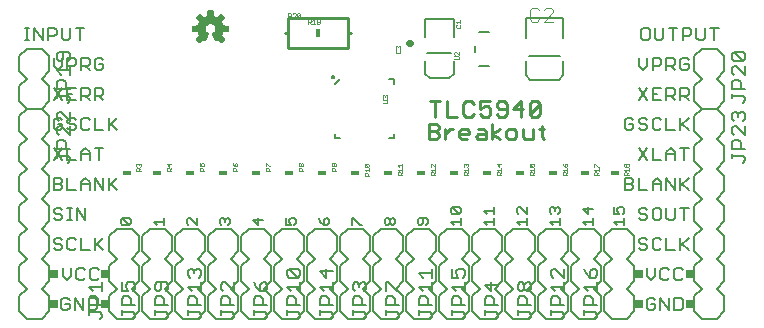
<source format=gbr>
G04 EAGLE Gerber RS-274X export*
G75*
%MOMM*%
%FSLAX34Y34*%
%LPD*%
%INSilkscreen Top*%
%IPPOS*%
%AMOC8*
5,1,8,0,0,1.08239X$1,22.5*%
G01*
%ADD10C,0.203200*%
%ADD11C,0.228600*%
%ADD12C,0.152400*%
%ADD13R,0.762000X0.762000*%
%ADD14C,0.127000*%
%ADD15C,0.025400*%
%ADD16C,0.101600*%
%ADD17C,0.558800*%
%ADD18R,0.762000X0.457200*%
%ADD19R,0.457200X0.762000*%
%ADD20C,0.254000*%

G36*
X171118Y233318D02*
X171118Y233318D01*
X171226Y233328D01*
X171239Y233334D01*
X171253Y233336D01*
X171350Y233384D01*
X171449Y233429D01*
X171462Y233440D01*
X171471Y233444D01*
X171486Y233460D01*
X171563Y233522D01*
X174148Y236107D01*
X174211Y236196D01*
X174277Y236281D01*
X174282Y236294D01*
X174290Y236306D01*
X174321Y236409D01*
X174357Y236512D01*
X174357Y236526D01*
X174361Y236539D01*
X174357Y236647D01*
X174358Y236756D01*
X174353Y236769D01*
X174353Y236783D01*
X174315Y236885D01*
X174280Y236987D01*
X174271Y237002D01*
X174267Y237011D01*
X174253Y237028D01*
X174199Y237110D01*
X171435Y240500D01*
X171992Y241582D01*
X171998Y241602D01*
X172040Y241697D01*
X172411Y242856D01*
X176762Y243299D01*
X176866Y243327D01*
X176972Y243352D01*
X176984Y243359D01*
X176997Y243362D01*
X177087Y243423D01*
X177180Y243480D01*
X177188Y243491D01*
X177200Y243499D01*
X177266Y243585D01*
X177335Y243669D01*
X177339Y243682D01*
X177348Y243693D01*
X177382Y243796D01*
X177421Y243897D01*
X177422Y243915D01*
X177426Y243924D01*
X177426Y243946D01*
X177435Y244044D01*
X177435Y247700D01*
X177418Y247807D01*
X177404Y247915D01*
X177398Y247927D01*
X177396Y247941D01*
X177344Y248037D01*
X177297Y248134D01*
X177287Y248144D01*
X177281Y248156D01*
X177201Y248230D01*
X177125Y248307D01*
X177113Y248313D01*
X177103Y248323D01*
X177004Y248368D01*
X176907Y248416D01*
X176889Y248420D01*
X176880Y248424D01*
X176859Y248426D01*
X176762Y248445D01*
X172411Y248888D01*
X172040Y250047D01*
X172031Y250064D01*
X172029Y250072D01*
X172025Y250079D01*
X171992Y250162D01*
X171435Y251244D01*
X174199Y254634D01*
X174253Y254728D01*
X174310Y254820D01*
X174313Y254833D01*
X174320Y254845D01*
X174341Y254952D01*
X174366Y255057D01*
X174364Y255071D01*
X174367Y255085D01*
X174352Y255192D01*
X174342Y255300D01*
X174336Y255313D01*
X174334Y255327D01*
X174286Y255424D01*
X174241Y255523D01*
X174230Y255536D01*
X174226Y255545D01*
X174210Y255560D01*
X174148Y255637D01*
X171563Y258222D01*
X171474Y258285D01*
X171389Y258351D01*
X171376Y258356D01*
X171364Y258364D01*
X171261Y258395D01*
X171158Y258431D01*
X171144Y258431D01*
X171131Y258435D01*
X171023Y258431D01*
X170914Y258432D01*
X170901Y258427D01*
X170887Y258427D01*
X170785Y258389D01*
X170683Y258354D01*
X170668Y258345D01*
X170659Y258341D01*
X170642Y258327D01*
X170560Y258273D01*
X167170Y255509D01*
X166088Y256066D01*
X166068Y256072D01*
X165973Y256114D01*
X164814Y256485D01*
X164371Y260836D01*
X164343Y260940D01*
X164318Y261046D01*
X164311Y261058D01*
X164308Y261071D01*
X164247Y261161D01*
X164190Y261254D01*
X164179Y261262D01*
X164171Y261274D01*
X164085Y261340D01*
X164001Y261409D01*
X163988Y261413D01*
X163977Y261422D01*
X163874Y261456D01*
X163773Y261495D01*
X163755Y261496D01*
X163746Y261500D01*
X163724Y261500D01*
X163626Y261509D01*
X159970Y261509D01*
X159863Y261492D01*
X159755Y261478D01*
X159743Y261472D01*
X159729Y261470D01*
X159633Y261418D01*
X159536Y261371D01*
X159526Y261361D01*
X159514Y261355D01*
X159440Y261275D01*
X159363Y261199D01*
X159357Y261187D01*
X159347Y261177D01*
X159302Y261078D01*
X159254Y260981D01*
X159250Y260963D01*
X159246Y260954D01*
X159244Y260933D01*
X159225Y260836D01*
X158782Y256485D01*
X157623Y256114D01*
X157605Y256104D01*
X157508Y256066D01*
X156426Y255509D01*
X153036Y258273D01*
X152942Y258327D01*
X152850Y258384D01*
X152837Y258387D01*
X152825Y258394D01*
X152718Y258415D01*
X152613Y258440D01*
X152599Y258438D01*
X152585Y258441D01*
X152478Y258426D01*
X152370Y258416D01*
X152357Y258410D01*
X152344Y258408D01*
X152246Y258360D01*
X152147Y258315D01*
X152134Y258304D01*
X152125Y258300D01*
X152110Y258284D01*
X152033Y258222D01*
X149448Y255637D01*
X149385Y255548D01*
X149319Y255463D01*
X149314Y255450D01*
X149306Y255438D01*
X149275Y255335D01*
X149239Y255232D01*
X149239Y255218D01*
X149235Y255205D01*
X149239Y255097D01*
X149238Y254988D01*
X149243Y254975D01*
X149243Y254961D01*
X149281Y254859D01*
X149316Y254757D01*
X149325Y254742D01*
X149329Y254733D01*
X149343Y254716D01*
X149397Y254634D01*
X152161Y251244D01*
X151604Y250162D01*
X151598Y250142D01*
X151556Y250047D01*
X151185Y248888D01*
X146834Y248445D01*
X146730Y248417D01*
X146624Y248392D01*
X146612Y248385D01*
X146599Y248382D01*
X146509Y248321D01*
X146416Y248264D01*
X146408Y248253D01*
X146396Y248245D01*
X146330Y248159D01*
X146262Y248075D01*
X146257Y248062D01*
X146248Y248051D01*
X146214Y247948D01*
X146175Y247847D01*
X146174Y247829D01*
X146170Y247820D01*
X146171Y247798D01*
X146161Y247700D01*
X146161Y244044D01*
X146178Y243937D01*
X146192Y243829D01*
X146198Y243817D01*
X146200Y243803D01*
X146252Y243707D01*
X146299Y243610D01*
X146309Y243600D01*
X146315Y243588D01*
X146395Y243514D01*
X146471Y243437D01*
X146483Y243431D01*
X146494Y243421D01*
X146592Y243376D01*
X146689Y243328D01*
X146707Y243324D01*
X146716Y243320D01*
X146737Y243318D01*
X146834Y243299D01*
X151185Y242856D01*
X151556Y241697D01*
X151566Y241679D01*
X151604Y241582D01*
X152161Y240500D01*
X149397Y237110D01*
X149343Y237016D01*
X149286Y236924D01*
X149283Y236911D01*
X149276Y236899D01*
X149255Y236792D01*
X149230Y236687D01*
X149232Y236673D01*
X149229Y236659D01*
X149244Y236552D01*
X149254Y236444D01*
X149260Y236431D01*
X149262Y236418D01*
X149310Y236320D01*
X149355Y236221D01*
X149366Y236208D01*
X149370Y236199D01*
X149386Y236184D01*
X149448Y236107D01*
X152033Y233522D01*
X152122Y233459D01*
X152207Y233393D01*
X152220Y233388D01*
X152232Y233380D01*
X152335Y233349D01*
X152438Y233313D01*
X152452Y233313D01*
X152465Y233309D01*
X152573Y233313D01*
X152682Y233312D01*
X152695Y233317D01*
X152709Y233317D01*
X152811Y233355D01*
X152913Y233390D01*
X152928Y233399D01*
X152937Y233403D01*
X152954Y233417D01*
X153036Y233471D01*
X156426Y236235D01*
X157508Y235678D01*
X157561Y235661D01*
X157610Y235635D01*
X157676Y235624D01*
X157740Y235603D01*
X157796Y235604D01*
X157850Y235595D01*
X157917Y235606D01*
X157984Y235607D01*
X158036Y235625D01*
X158091Y235634D01*
X158151Y235666D01*
X158214Y235689D01*
X158257Y235723D01*
X158307Y235749D01*
X158353Y235798D01*
X158405Y235840D01*
X158436Y235887D01*
X158474Y235927D01*
X158530Y236032D01*
X158538Y236045D01*
X158539Y236050D01*
X158543Y236057D01*
X160696Y241254D01*
X160716Y241337D01*
X160721Y241350D01*
X160723Y241366D01*
X160748Y241452D01*
X160747Y241472D01*
X160752Y241492D01*
X160744Y241574D01*
X160746Y241593D01*
X160741Y241614D01*
X160737Y241696D01*
X160730Y241715D01*
X160728Y241735D01*
X160697Y241804D01*
X160690Y241831D01*
X160675Y241856D01*
X160648Y241924D01*
X160635Y241939D01*
X160627Y241957D01*
X160582Y242006D01*
X160562Y242038D01*
X160530Y242064D01*
X160491Y242110D01*
X160470Y242125D01*
X160460Y242135D01*
X160439Y242147D01*
X160376Y242191D01*
X160373Y242193D01*
X160372Y242193D01*
X160370Y242195D01*
X159486Y242690D01*
X158807Y243317D01*
X158293Y244086D01*
X157973Y244954D01*
X157865Y245871D01*
X157978Y246806D01*
X158309Y247687D01*
X158841Y248464D01*
X159542Y249093D01*
X160372Y249536D01*
X161284Y249770D01*
X162226Y249780D01*
X163142Y249566D01*
X163982Y249141D01*
X164696Y248528D01*
X165245Y247763D01*
X165596Y246889D01*
X165729Y245957D01*
X165637Y245020D01*
X165325Y244132D01*
X164810Y243344D01*
X164123Y242700D01*
X163224Y242194D01*
X163183Y242161D01*
X163142Y242139D01*
X163111Y242106D01*
X163063Y242071D01*
X163050Y242054D01*
X163034Y242041D01*
X162999Y241987D01*
X162975Y241961D01*
X162961Y241930D01*
X162920Y241873D01*
X162914Y241853D01*
X162903Y241835D01*
X162885Y241762D01*
X162875Y241739D01*
X162872Y241715D01*
X162849Y241640D01*
X162850Y241619D01*
X162845Y241598D01*
X162852Y241514D01*
X162851Y241496D01*
X162854Y241479D01*
X162857Y241396D01*
X162865Y241370D01*
X162866Y241355D01*
X162876Y241333D01*
X162900Y241254D01*
X163208Y240509D01*
X163209Y240509D01*
X163519Y239760D01*
X163829Y239011D01*
X163829Y239010D01*
X164140Y238262D01*
X164140Y238261D01*
X164450Y237512D01*
X164760Y236763D01*
X164761Y236763D01*
X165053Y236057D01*
X165082Y236010D01*
X165103Y235958D01*
X165146Y235907D01*
X165182Y235850D01*
X165225Y235815D01*
X165261Y235772D01*
X165318Y235738D01*
X165370Y235695D01*
X165422Y235676D01*
X165470Y235647D01*
X165536Y235633D01*
X165599Y235609D01*
X165654Y235607D01*
X165708Y235596D01*
X165775Y235603D01*
X165842Y235601D01*
X165896Y235617D01*
X165951Y235624D01*
X166062Y235668D01*
X166076Y235672D01*
X166080Y235675D01*
X166088Y235678D01*
X167170Y236235D01*
X170560Y233471D01*
X170654Y233417D01*
X170746Y233360D01*
X170759Y233357D01*
X170771Y233350D01*
X170878Y233329D01*
X170983Y233304D01*
X170997Y233306D01*
X171011Y233303D01*
X171118Y233318D01*
G37*
D10*
X42424Y16264D02*
X40645Y18043D01*
X37086Y18043D01*
X35306Y16264D01*
X35306Y9146D01*
X37086Y7366D01*
X40645Y7366D01*
X42424Y9146D01*
X42424Y12705D01*
X38865Y12705D01*
X47000Y18043D02*
X47000Y7366D01*
X54118Y7366D02*
X47000Y18043D01*
X54118Y18043D02*
X54118Y7366D01*
X58694Y7366D02*
X58694Y18043D01*
X58694Y7366D02*
X64033Y7366D01*
X65812Y9146D01*
X65812Y16264D01*
X64033Y18043D01*
X58694Y18043D01*
X36576Y36325D02*
X36576Y43443D01*
X36576Y36325D02*
X40135Y32766D01*
X43694Y36325D01*
X43694Y43443D01*
X53609Y43443D02*
X55388Y41664D01*
X53609Y43443D02*
X50049Y43443D01*
X48270Y41664D01*
X48270Y34546D01*
X50049Y32766D01*
X53609Y32766D01*
X55388Y34546D01*
X65303Y43443D02*
X67082Y41664D01*
X65303Y43443D02*
X61743Y43443D01*
X59964Y41664D01*
X59964Y34546D01*
X61743Y32766D01*
X65303Y32766D01*
X67082Y34546D01*
X36074Y67064D02*
X34295Y68843D01*
X30736Y68843D01*
X28956Y67064D01*
X28956Y65284D01*
X30736Y63505D01*
X34295Y63505D01*
X36074Y61725D01*
X36074Y59946D01*
X34295Y58166D01*
X30736Y58166D01*
X28956Y59946D01*
X45989Y68843D02*
X47768Y67064D01*
X45989Y68843D02*
X42429Y68843D01*
X40650Y67064D01*
X40650Y59946D01*
X42429Y58166D01*
X45989Y58166D01*
X47768Y59946D01*
X52344Y58166D02*
X52344Y68843D01*
X52344Y58166D02*
X59462Y58166D01*
X64038Y58166D02*
X64038Y68843D01*
X64038Y61725D02*
X71156Y68843D01*
X65817Y63505D02*
X71156Y58166D01*
X36074Y92464D02*
X34295Y94243D01*
X30736Y94243D01*
X28956Y92464D01*
X28956Y90684D01*
X30736Y88905D01*
X34295Y88905D01*
X36074Y87125D01*
X36074Y85346D01*
X34295Y83566D01*
X30736Y83566D01*
X28956Y85346D01*
X40650Y83566D02*
X44209Y83566D01*
X42429Y83566D02*
X42429Y94243D01*
X40650Y94243D02*
X44209Y94243D01*
X48446Y94243D02*
X48446Y83566D01*
X55564Y83566D02*
X48446Y94243D01*
X55564Y94243D02*
X55564Y83566D01*
X28956Y108966D02*
X28956Y119643D01*
X34295Y119643D01*
X36074Y117864D01*
X36074Y116084D01*
X34295Y114305D01*
X36074Y112525D01*
X36074Y110746D01*
X34295Y108966D01*
X28956Y108966D01*
X28956Y114305D02*
X34295Y114305D01*
X40650Y119643D02*
X40650Y108966D01*
X47768Y108966D01*
X52344Y108966D02*
X52344Y116084D01*
X55903Y119643D01*
X59462Y116084D01*
X59462Y108966D01*
X59462Y114305D02*
X52344Y114305D01*
X64038Y119643D02*
X64038Y108966D01*
X71156Y108966D02*
X64038Y119643D01*
X71156Y119643D02*
X71156Y108966D01*
X75732Y108966D02*
X75732Y119643D01*
X75732Y112525D02*
X82850Y119643D01*
X77511Y114305D02*
X82850Y108966D01*
X36074Y134366D02*
X28956Y145043D01*
X36074Y145043D02*
X28956Y134366D01*
X40650Y134366D02*
X40650Y145043D01*
X40650Y134366D02*
X47768Y134366D01*
X52344Y134366D02*
X52344Y141484D01*
X55903Y145043D01*
X59462Y141484D01*
X59462Y134366D01*
X59462Y139705D02*
X52344Y139705D01*
X67597Y134366D02*
X67597Y145043D01*
X64038Y145043D02*
X71156Y145043D01*
X36074Y168664D02*
X34295Y170443D01*
X30736Y170443D01*
X28956Y168664D01*
X28956Y161546D01*
X30736Y159766D01*
X34295Y159766D01*
X36074Y161546D01*
X36074Y165105D01*
X32515Y165105D01*
X45989Y170443D02*
X47768Y168664D01*
X45989Y170443D02*
X42429Y170443D01*
X40650Y168664D01*
X40650Y166884D01*
X42429Y165105D01*
X45989Y165105D01*
X47768Y163325D01*
X47768Y161546D01*
X45989Y159766D01*
X42429Y159766D01*
X40650Y161546D01*
X57683Y170443D02*
X59462Y168664D01*
X57683Y170443D02*
X54123Y170443D01*
X52344Y168664D01*
X52344Y161546D01*
X54123Y159766D01*
X57683Y159766D01*
X59462Y161546D01*
X64038Y159766D02*
X64038Y170443D01*
X64038Y159766D02*
X71156Y159766D01*
X75732Y159766D02*
X75732Y170443D01*
X75732Y163325D02*
X82850Y170443D01*
X77511Y165105D02*
X82850Y159766D01*
X28956Y214125D02*
X28956Y221243D01*
X28956Y214125D02*
X32515Y210566D01*
X36074Y214125D01*
X36074Y221243D01*
X40650Y221243D02*
X40650Y210566D01*
X40650Y221243D02*
X45989Y221243D01*
X47768Y219464D01*
X47768Y215905D01*
X45989Y214125D01*
X40650Y214125D01*
X52344Y210566D02*
X52344Y221243D01*
X57683Y221243D01*
X59462Y219464D01*
X59462Y215905D01*
X57683Y214125D01*
X52344Y214125D01*
X55903Y214125D02*
X59462Y210566D01*
X69376Y221243D02*
X71156Y219464D01*
X69376Y221243D02*
X65817Y221243D01*
X64038Y219464D01*
X64038Y212346D01*
X65817Y210566D01*
X69376Y210566D01*
X71156Y212346D01*
X71156Y215905D01*
X67597Y215905D01*
X28956Y195843D02*
X36074Y185166D01*
X28956Y185166D02*
X36074Y195843D01*
X40650Y195843D02*
X47768Y195843D01*
X40650Y195843D02*
X40650Y185166D01*
X47768Y185166D01*
X44209Y190505D02*
X40650Y190505D01*
X52344Y195843D02*
X52344Y185166D01*
X52344Y195843D02*
X57683Y195843D01*
X59462Y194064D01*
X59462Y190505D01*
X57683Y188725D01*
X52344Y188725D01*
X55903Y188725D02*
X59462Y185166D01*
X64038Y185166D02*
X64038Y195843D01*
X69376Y195843D01*
X71156Y194064D01*
X71156Y190505D01*
X69376Y188725D01*
X64038Y188725D01*
X67597Y188725D02*
X71156Y185166D01*
X536423Y18043D02*
X538202Y16264D01*
X536423Y18043D02*
X532864Y18043D01*
X531084Y16264D01*
X531084Y9146D01*
X532864Y7366D01*
X536423Y7366D01*
X538202Y9146D01*
X538202Y12705D01*
X534643Y12705D01*
X542778Y18043D02*
X542778Y7366D01*
X549896Y7366D02*
X542778Y18043D01*
X549896Y18043D02*
X549896Y7366D01*
X554472Y7366D02*
X554472Y18043D01*
X554472Y7366D02*
X559811Y7366D01*
X561590Y9146D01*
X561590Y16264D01*
X559811Y18043D01*
X554472Y18043D01*
X531084Y36325D02*
X531084Y43443D01*
X531084Y36325D02*
X534643Y32766D01*
X538202Y36325D01*
X538202Y43443D01*
X548117Y43443D02*
X549896Y41664D01*
X548117Y43443D02*
X544558Y43443D01*
X542778Y41664D01*
X542778Y34546D01*
X544558Y32766D01*
X548117Y32766D01*
X549896Y34546D01*
X559811Y43443D02*
X561590Y41664D01*
X559811Y43443D02*
X556251Y43443D01*
X554472Y41664D01*
X554472Y34546D01*
X556251Y32766D01*
X559811Y32766D01*
X561590Y34546D01*
X531588Y67064D02*
X529809Y68843D01*
X526250Y68843D01*
X524470Y67064D01*
X524470Y65284D01*
X526250Y63505D01*
X529809Y63505D01*
X531588Y61725D01*
X531588Y59946D01*
X529809Y58166D01*
X526250Y58166D01*
X524470Y59946D01*
X541503Y68843D02*
X543282Y67064D01*
X541503Y68843D02*
X537944Y68843D01*
X536164Y67064D01*
X536164Y59946D01*
X537944Y58166D01*
X541503Y58166D01*
X543282Y59946D01*
X547858Y58166D02*
X547858Y68843D01*
X547858Y58166D02*
X554976Y58166D01*
X559552Y58166D02*
X559552Y68843D01*
X559552Y61725D02*
X566670Y68843D01*
X561331Y63505D02*
X566670Y58166D01*
X531588Y92464D02*
X529809Y94243D01*
X526250Y94243D01*
X524470Y92464D01*
X524470Y90684D01*
X526250Y88905D01*
X529809Y88905D01*
X531588Y87125D01*
X531588Y85346D01*
X529809Y83566D01*
X526250Y83566D01*
X524470Y85346D01*
X537944Y94243D02*
X541503Y94243D01*
X537944Y94243D02*
X536164Y92464D01*
X536164Y85346D01*
X537944Y83566D01*
X541503Y83566D01*
X543282Y85346D01*
X543282Y92464D01*
X541503Y94243D01*
X547858Y94243D02*
X547858Y85346D01*
X549637Y83566D01*
X553197Y83566D01*
X554976Y85346D01*
X554976Y94243D01*
X563111Y94243D02*
X563111Y83566D01*
X559552Y94243D02*
X566670Y94243D01*
X512776Y108966D02*
X512776Y119643D01*
X518115Y119643D01*
X519894Y117864D01*
X519894Y116084D01*
X518115Y114305D01*
X519894Y112525D01*
X519894Y110746D01*
X518115Y108966D01*
X512776Y108966D01*
X512776Y114305D02*
X518115Y114305D01*
X524470Y119643D02*
X524470Y108966D01*
X531588Y108966D01*
X536164Y108966D02*
X536164Y116084D01*
X539723Y119643D01*
X543282Y116084D01*
X543282Y108966D01*
X543282Y114305D02*
X536164Y114305D01*
X547858Y119643D02*
X547858Y108966D01*
X554976Y108966D02*
X547858Y119643D01*
X554976Y119643D02*
X554976Y108966D01*
X559552Y108966D02*
X559552Y119643D01*
X559552Y112525D02*
X566670Y119643D01*
X561331Y114305D02*
X566670Y108966D01*
X531588Y134366D02*
X524470Y145043D01*
X531588Y145043D02*
X524470Y134366D01*
X536164Y134366D02*
X536164Y145043D01*
X536164Y134366D02*
X543282Y134366D01*
X547858Y134366D02*
X547858Y141484D01*
X551417Y145043D01*
X554976Y141484D01*
X554976Y134366D01*
X554976Y139705D02*
X547858Y139705D01*
X563111Y134366D02*
X563111Y145043D01*
X559552Y145043D02*
X566670Y145043D01*
X519894Y168664D02*
X518115Y170443D01*
X514556Y170443D01*
X512776Y168664D01*
X512776Y161546D01*
X514556Y159766D01*
X518115Y159766D01*
X519894Y161546D01*
X519894Y165105D01*
X516335Y165105D01*
X529809Y170443D02*
X531588Y168664D01*
X529809Y170443D02*
X526250Y170443D01*
X524470Y168664D01*
X524470Y166884D01*
X526250Y165105D01*
X529809Y165105D01*
X531588Y163325D01*
X531588Y161546D01*
X529809Y159766D01*
X526250Y159766D01*
X524470Y161546D01*
X541503Y170443D02*
X543282Y168664D01*
X541503Y170443D02*
X537943Y170443D01*
X536164Y168664D01*
X536164Y161546D01*
X537943Y159766D01*
X541503Y159766D01*
X543282Y161546D01*
X547858Y159766D02*
X547858Y170443D01*
X547858Y159766D02*
X554976Y159766D01*
X559552Y159766D02*
X559552Y170443D01*
X559552Y163325D02*
X566670Y170443D01*
X561331Y165105D02*
X566670Y159766D01*
X524470Y214125D02*
X524470Y221243D01*
X524470Y214125D02*
X528029Y210566D01*
X531588Y214125D01*
X531588Y221243D01*
X536164Y221243D02*
X536164Y210566D01*
X536164Y221243D02*
X541503Y221243D01*
X543282Y219464D01*
X543282Y215905D01*
X541503Y214125D01*
X536164Y214125D01*
X547858Y210566D02*
X547858Y221243D01*
X553197Y221243D01*
X554976Y219464D01*
X554976Y215905D01*
X553197Y214125D01*
X547858Y214125D01*
X551417Y214125D02*
X554976Y210566D01*
X564891Y221243D02*
X566670Y219464D01*
X564891Y221243D02*
X561331Y221243D01*
X559552Y219464D01*
X559552Y212346D01*
X561331Y210566D01*
X564891Y210566D01*
X566670Y212346D01*
X566670Y215905D01*
X563111Y215905D01*
X524470Y195843D02*
X531588Y185166D01*
X524470Y185166D02*
X531588Y195843D01*
X536164Y195843D02*
X543282Y195843D01*
X536164Y195843D02*
X536164Y185166D01*
X543282Y185166D01*
X539723Y190505D02*
X536164Y190505D01*
X547858Y195843D02*
X547858Y185166D01*
X547858Y195843D02*
X553197Y195843D01*
X554976Y194064D01*
X554976Y190505D01*
X553197Y188725D01*
X547858Y188725D01*
X551417Y188725D02*
X554976Y185166D01*
X559552Y185166D02*
X559552Y195843D01*
X564891Y195843D01*
X566670Y194064D01*
X566670Y190505D01*
X564891Y188725D01*
X559552Y188725D01*
X563111Y188725D02*
X566670Y185166D01*
D11*
X352175Y184288D02*
X352175Y171323D01*
X347853Y184288D02*
X356496Y184288D01*
X361886Y184288D02*
X361886Y171323D01*
X370529Y171323D01*
X382401Y184288D02*
X384562Y182127D01*
X382401Y184288D02*
X378079Y184288D01*
X375919Y182127D01*
X375919Y173484D01*
X378079Y171323D01*
X382401Y171323D01*
X384562Y173484D01*
X389951Y184288D02*
X398595Y184288D01*
X389951Y184288D02*
X389951Y177806D01*
X394273Y179966D01*
X396434Y179966D01*
X398595Y177806D01*
X398595Y173484D01*
X396434Y171323D01*
X392112Y171323D01*
X389951Y173484D01*
X403984Y173484D02*
X406145Y171323D01*
X410467Y171323D01*
X412628Y173484D01*
X412628Y182127D01*
X410467Y184288D01*
X406145Y184288D01*
X403984Y182127D01*
X403984Y179966D01*
X406145Y177806D01*
X412628Y177806D01*
X424499Y171323D02*
X424499Y184288D01*
X418017Y177806D01*
X426660Y177806D01*
X432050Y173484D02*
X432050Y182127D01*
X434211Y184288D01*
X438532Y184288D01*
X440693Y182127D01*
X440693Y173484D01*
X438532Y171323D01*
X434211Y171323D01*
X432050Y173484D01*
X440693Y182127D01*
D12*
X93047Y79502D02*
X87285Y79502D01*
X85845Y80943D01*
X85845Y83824D01*
X87285Y85264D01*
X93047Y85264D01*
X94488Y83824D01*
X94488Y80943D01*
X93047Y79502D01*
X87285Y85264D01*
X113785Y82383D02*
X116666Y79502D01*
X113785Y82383D02*
X122428Y82383D01*
X122428Y79502D02*
X122428Y85264D01*
X150368Y85264D02*
X150368Y79502D01*
X144606Y85264D01*
X143165Y85264D01*
X141725Y83824D01*
X141725Y80943D01*
X143165Y79502D01*
X169665Y80943D02*
X171105Y79502D01*
X169665Y80943D02*
X169665Y83824D01*
X171105Y85264D01*
X172546Y85264D01*
X173986Y83824D01*
X173986Y82383D01*
X173986Y83824D02*
X175427Y85264D01*
X176867Y85264D01*
X178308Y83824D01*
X178308Y80943D01*
X176867Y79502D01*
X197605Y83824D02*
X206248Y83824D01*
X201926Y79502D02*
X197605Y83824D01*
X201926Y85264D02*
X201926Y79502D01*
X225545Y79502D02*
X225545Y85264D01*
X225545Y79502D02*
X229866Y79502D01*
X228426Y82383D01*
X228426Y83824D01*
X229866Y85264D01*
X232747Y85264D01*
X234188Y83824D01*
X234188Y80943D01*
X232747Y79502D01*
X253485Y85264D02*
X254925Y82383D01*
X257806Y79502D01*
X260687Y79502D01*
X262128Y80943D01*
X262128Y83824D01*
X260687Y85264D01*
X259247Y85264D01*
X257806Y83824D01*
X257806Y79502D01*
X281425Y79502D02*
X281425Y85264D01*
X282865Y85264D01*
X288627Y79502D01*
X290068Y79502D01*
X309365Y80943D02*
X310805Y79502D01*
X309365Y80943D02*
X309365Y83824D01*
X310805Y85264D01*
X312246Y85264D01*
X313686Y83824D01*
X315127Y85264D01*
X316567Y85264D01*
X318008Y83824D01*
X318008Y80943D01*
X316567Y79502D01*
X315127Y79502D01*
X313686Y80943D01*
X312246Y79502D01*
X310805Y79502D01*
X313686Y80943D02*
X313686Y83824D01*
X344507Y79502D02*
X345948Y80943D01*
X345948Y83824D01*
X344507Y85264D01*
X338745Y85264D01*
X337305Y83824D01*
X337305Y80943D01*
X338745Y79502D01*
X340186Y79502D01*
X341626Y80943D01*
X341626Y85264D01*
X365245Y82383D02*
X368126Y79502D01*
X365245Y82383D02*
X373888Y82383D01*
X373888Y79502D02*
X373888Y85264D01*
X372447Y88857D02*
X366685Y88857D01*
X365245Y90298D01*
X365245Y93179D01*
X366685Y94619D01*
X372447Y94619D01*
X373888Y93179D01*
X373888Y90298D01*
X372447Y88857D01*
X366685Y94619D01*
X393185Y82383D02*
X396066Y79502D01*
X393185Y82383D02*
X401828Y82383D01*
X401828Y79502D02*
X401828Y85264D01*
X396066Y88857D02*
X393185Y91738D01*
X401828Y91738D01*
X401828Y88857D02*
X401828Y94619D01*
X421125Y82383D02*
X424006Y79502D01*
X421125Y82383D02*
X429768Y82383D01*
X429768Y79502D02*
X429768Y85264D01*
X429768Y88857D02*
X429768Y94619D01*
X429768Y88857D02*
X424006Y94619D01*
X422565Y94619D01*
X421125Y93179D01*
X421125Y90298D01*
X422565Y88857D01*
X449065Y82383D02*
X451946Y79502D01*
X449065Y82383D02*
X457708Y82383D01*
X457708Y79502D02*
X457708Y85264D01*
X450505Y88857D02*
X449065Y90298D01*
X449065Y93179D01*
X450505Y94619D01*
X451946Y94619D01*
X453386Y93179D01*
X453386Y91738D01*
X453386Y93179D02*
X454827Y94619D01*
X456267Y94619D01*
X457708Y93179D01*
X457708Y90298D01*
X456267Y88857D01*
X477005Y82383D02*
X479886Y79502D01*
X477005Y82383D02*
X485648Y82383D01*
X485648Y79502D02*
X485648Y85264D01*
X485648Y93179D02*
X477005Y93179D01*
X481326Y88857D01*
X481326Y94619D01*
D10*
X8385Y235966D02*
X4826Y235966D01*
X6606Y235966D02*
X6606Y246643D01*
X8385Y246643D02*
X4826Y246643D01*
X12622Y246643D02*
X12622Y235966D01*
X19740Y235966D02*
X12622Y246643D01*
X19740Y246643D02*
X19740Y235966D01*
X24316Y235966D02*
X24316Y246643D01*
X29655Y246643D01*
X31434Y244864D01*
X31434Y241305D01*
X29655Y239525D01*
X24316Y239525D01*
X36010Y237746D02*
X36010Y246643D01*
X36010Y237746D02*
X37789Y235966D01*
X41348Y235966D01*
X43128Y237746D01*
X43128Y246643D01*
X51263Y246643D02*
X51263Y235966D01*
X47704Y246643D02*
X54822Y246643D01*
X528262Y246643D02*
X531821Y246643D01*
X528262Y246643D02*
X526482Y244864D01*
X526482Y237746D01*
X528262Y235966D01*
X531821Y235966D01*
X533600Y237746D01*
X533600Y244864D01*
X531821Y246643D01*
X538176Y246643D02*
X538176Y237746D01*
X539956Y235966D01*
X543515Y235966D01*
X545294Y237746D01*
X545294Y246643D01*
X553429Y246643D02*
X553429Y235966D01*
X549870Y246643D02*
X556988Y246643D01*
X561564Y246643D02*
X561564Y235966D01*
X561564Y246643D02*
X566903Y246643D01*
X568682Y244864D01*
X568682Y241305D01*
X566903Y239525D01*
X561564Y239525D01*
X573258Y237746D02*
X573258Y246643D01*
X573258Y237746D02*
X575037Y235966D01*
X578596Y235966D01*
X580376Y237746D01*
X580376Y246643D01*
X588511Y246643D02*
X588511Y235966D01*
X584952Y246643D02*
X592070Y246643D01*
D11*
X346583Y165238D02*
X346583Y152273D01*
X346583Y165238D02*
X353066Y165238D01*
X355226Y163077D01*
X355226Y160916D01*
X353066Y158756D01*
X355226Y156595D01*
X355226Y154434D01*
X353066Y152273D01*
X346583Y152273D01*
X346583Y158756D02*
X353066Y158756D01*
X360616Y160916D02*
X360616Y152273D01*
X360616Y156595D02*
X364937Y160916D01*
X367098Y160916D01*
X374471Y152273D02*
X378792Y152273D01*
X374471Y152273D02*
X372310Y154434D01*
X372310Y158756D01*
X374471Y160916D01*
X378792Y160916D01*
X380953Y158756D01*
X380953Y156595D01*
X372310Y156595D01*
X388503Y160916D02*
X392825Y160916D01*
X394986Y158756D01*
X394986Y152273D01*
X388503Y152273D01*
X386343Y154434D01*
X388503Y156595D01*
X394986Y156595D01*
X400375Y152273D02*
X400375Y165238D01*
X400375Y156595D02*
X406858Y152273D01*
X400375Y156595D02*
X406858Y160916D01*
X414230Y152273D02*
X418552Y152273D01*
X420713Y154434D01*
X420713Y158756D01*
X418552Y160916D01*
X414230Y160916D01*
X412069Y158756D01*
X412069Y154434D01*
X414230Y152273D01*
X426102Y154434D02*
X426102Y160916D01*
X426102Y154434D02*
X428263Y152273D01*
X434745Y152273D01*
X434745Y160916D01*
X442296Y163077D02*
X442296Y154434D01*
X444457Y152273D01*
X444457Y160916D02*
X440135Y160916D01*
D13*
X29210Y12700D03*
X72390Y12700D03*
X29210Y38100D03*
X72390Y38100D03*
X524510Y38100D03*
X524510Y12700D03*
X567690Y12700D03*
X567690Y38100D03*
D12*
X506302Y79334D02*
X503421Y82215D01*
X512064Y82215D01*
X512064Y79334D02*
X512064Y85096D01*
X503421Y88689D02*
X503421Y94451D01*
X503421Y88689D02*
X507742Y88689D01*
X506302Y91570D01*
X506302Y93011D01*
X507742Y94451D01*
X510623Y94451D01*
X512064Y93011D01*
X512064Y90129D01*
X510623Y88689D01*
D10*
X82550Y50800D02*
X76200Y57150D01*
X76200Y69850D01*
X82550Y76200D01*
X95250Y76200D02*
X101600Y69850D01*
X101600Y57150D01*
X95250Y50800D01*
X76200Y19050D02*
X76200Y6350D01*
X76200Y19050D02*
X82550Y25400D01*
X95250Y25400D02*
X101600Y19050D01*
X82550Y25400D02*
X76200Y31750D01*
X76200Y44450D01*
X82550Y50800D01*
X95250Y50800D02*
X101600Y44450D01*
X101600Y31750D01*
X95250Y25400D01*
X95250Y0D02*
X82550Y0D01*
X76200Y6350D01*
X95250Y0D02*
X101600Y6350D01*
X101600Y19050D01*
X95250Y76200D02*
X82550Y76200D01*
D14*
X69977Y1780D02*
X68070Y-127D01*
X69977Y1780D02*
X69977Y3686D01*
X68070Y5593D01*
X58537Y5593D01*
X58537Y3686D02*
X58537Y7500D01*
X58537Y11567D02*
X69977Y11567D01*
X58537Y11567D02*
X58537Y17287D01*
X60444Y19193D01*
X64257Y19193D01*
X66164Y17287D01*
X66164Y11567D01*
X62351Y23261D02*
X58537Y27074D01*
X69977Y27074D01*
X69977Y23261D02*
X69977Y30887D01*
D10*
X187960Y57150D02*
X194310Y50800D01*
X187960Y57150D02*
X187960Y69850D01*
X194310Y76200D01*
X207010Y76200D02*
X213360Y69850D01*
X213360Y57150D01*
X207010Y50800D01*
X187960Y19050D02*
X187960Y6350D01*
X187960Y19050D02*
X194310Y25400D01*
X207010Y25400D02*
X213360Y19050D01*
X194310Y25400D02*
X187960Y31750D01*
X187960Y44450D01*
X194310Y50800D01*
X207010Y50800D02*
X213360Y44450D01*
X213360Y31750D01*
X207010Y25400D01*
X207010Y0D02*
X194310Y0D01*
X187960Y6350D01*
X207010Y0D02*
X213360Y6350D01*
X213360Y19050D01*
X207010Y76200D02*
X194310Y76200D01*
D14*
X181737Y1780D02*
X179830Y-127D01*
X181737Y1780D02*
X181737Y3686D01*
X179830Y5593D01*
X170297Y5593D01*
X170297Y3686D02*
X170297Y7500D01*
X170297Y11567D02*
X181737Y11567D01*
X170297Y11567D02*
X170297Y17287D01*
X172204Y19193D01*
X176017Y19193D01*
X177924Y17287D01*
X177924Y11567D01*
X181737Y23261D02*
X181737Y30887D01*
X181737Y23261D02*
X174111Y30887D01*
X172204Y30887D01*
X170297Y28981D01*
X170297Y25168D01*
X172204Y23261D01*
D10*
X299720Y57150D02*
X306070Y50800D01*
X299720Y57150D02*
X299720Y69850D01*
X306070Y76200D01*
X318770Y76200D02*
X325120Y69850D01*
X325120Y57150D01*
X318770Y50800D01*
X299720Y19050D02*
X299720Y6350D01*
X299720Y19050D02*
X306070Y25400D01*
X318770Y25400D02*
X325120Y19050D01*
X306070Y25400D02*
X299720Y31750D01*
X299720Y44450D01*
X306070Y50800D01*
X318770Y50800D02*
X325120Y44450D01*
X325120Y31750D01*
X318770Y25400D01*
X318770Y0D02*
X306070Y0D01*
X299720Y6350D01*
X318770Y0D02*
X325120Y6350D01*
X325120Y19050D01*
X318770Y76200D02*
X306070Y76200D01*
D14*
X293497Y1780D02*
X291590Y-127D01*
X293497Y1780D02*
X293497Y3686D01*
X291590Y5593D01*
X282057Y5593D01*
X282057Y3686D02*
X282057Y7500D01*
X282057Y11567D02*
X293497Y11567D01*
X282057Y11567D02*
X282057Y17287D01*
X283964Y19193D01*
X287777Y19193D01*
X289684Y17287D01*
X289684Y11567D01*
X283964Y23261D02*
X282057Y25168D01*
X282057Y28981D01*
X283964Y30887D01*
X285871Y30887D01*
X287777Y28981D01*
X287777Y27074D01*
X287777Y28981D02*
X289684Y30887D01*
X291590Y30887D01*
X293497Y28981D01*
X293497Y25168D01*
X291590Y23261D01*
D10*
X411480Y57150D02*
X417830Y50800D01*
X411480Y57150D02*
X411480Y69850D01*
X417830Y76200D01*
X430530Y76200D02*
X436880Y69850D01*
X436880Y57150D01*
X430530Y50800D01*
X411480Y19050D02*
X411480Y6350D01*
X411480Y19050D02*
X417830Y25400D01*
X430530Y25400D02*
X436880Y19050D01*
X417830Y25400D02*
X411480Y31750D01*
X411480Y44450D01*
X417830Y50800D01*
X430530Y50800D02*
X436880Y44450D01*
X436880Y31750D01*
X430530Y25400D01*
X430530Y0D02*
X417830Y0D01*
X411480Y6350D01*
X430530Y0D02*
X436880Y6350D01*
X436880Y19050D01*
X430530Y76200D02*
X417830Y76200D01*
D14*
X405257Y1780D02*
X403350Y-127D01*
X405257Y1780D02*
X405257Y3686D01*
X403350Y5593D01*
X393817Y5593D01*
X393817Y3686D02*
X393817Y7500D01*
X393817Y11567D02*
X405257Y11567D01*
X393817Y11567D02*
X393817Y17287D01*
X395724Y19193D01*
X399537Y19193D01*
X401444Y17287D01*
X401444Y11567D01*
X405257Y28981D02*
X393817Y28981D01*
X399537Y23261D01*
X399537Y30887D01*
D10*
X110490Y50800D02*
X104140Y57150D01*
X104140Y69850D01*
X110490Y76200D01*
X123190Y76200D02*
X129540Y69850D01*
X129540Y57150D01*
X123190Y50800D01*
X104140Y19050D02*
X104140Y6350D01*
X104140Y19050D02*
X110490Y25400D01*
X123190Y25400D02*
X129540Y19050D01*
X110490Y25400D02*
X104140Y31750D01*
X104140Y44450D01*
X110490Y50800D01*
X123190Y50800D02*
X129540Y44450D01*
X129540Y31750D01*
X123190Y25400D01*
X123190Y0D02*
X110490Y0D01*
X104140Y6350D01*
X123190Y0D02*
X129540Y6350D01*
X129540Y19050D01*
X123190Y76200D02*
X110490Y76200D01*
D14*
X97917Y1780D02*
X96010Y-127D01*
X97917Y1780D02*
X97917Y3686D01*
X96010Y5593D01*
X86477Y5593D01*
X86477Y3686D02*
X86477Y7500D01*
X86477Y11567D02*
X97917Y11567D01*
X86477Y11567D02*
X86477Y17287D01*
X88384Y19193D01*
X92197Y19193D01*
X94104Y17287D01*
X94104Y11567D01*
X86477Y23261D02*
X86477Y30887D01*
X86477Y23261D02*
X92197Y23261D01*
X90291Y27074D01*
X90291Y28981D01*
X92197Y30887D01*
X96010Y30887D01*
X97917Y28981D01*
X97917Y25168D01*
X96010Y23261D01*
D10*
X215900Y57150D02*
X222250Y50800D01*
X215900Y57150D02*
X215900Y69850D01*
X222250Y76200D01*
X234950Y76200D02*
X241300Y69850D01*
X241300Y57150D01*
X234950Y50800D01*
X215900Y19050D02*
X215900Y6350D01*
X215900Y19050D02*
X222250Y25400D01*
X234950Y25400D02*
X241300Y19050D01*
X222250Y25400D02*
X215900Y31750D01*
X215900Y44450D01*
X222250Y50800D01*
X234950Y50800D02*
X241300Y44450D01*
X241300Y31750D01*
X234950Y25400D01*
X234950Y0D02*
X222250Y0D01*
X215900Y6350D01*
X234950Y0D02*
X241300Y6350D01*
X241300Y19050D01*
X234950Y76200D02*
X222250Y76200D01*
D14*
X209677Y1780D02*
X207770Y-127D01*
X209677Y1780D02*
X209677Y3686D01*
X207770Y5593D01*
X198237Y5593D01*
X198237Y3686D02*
X198237Y7500D01*
X198237Y11567D02*
X209677Y11567D01*
X198237Y11567D02*
X198237Y17287D01*
X200144Y19193D01*
X203957Y19193D01*
X205864Y17287D01*
X205864Y11567D01*
X200144Y27074D02*
X198237Y30887D01*
X200144Y27074D02*
X203957Y23261D01*
X207770Y23261D01*
X209677Y25168D01*
X209677Y28981D01*
X207770Y30887D01*
X205864Y30887D01*
X203957Y28981D01*
X203957Y23261D01*
D10*
X327660Y57150D02*
X334010Y50800D01*
X327660Y57150D02*
X327660Y69850D01*
X334010Y76200D01*
X346710Y76200D02*
X353060Y69850D01*
X353060Y57150D01*
X346710Y50800D01*
X327660Y19050D02*
X327660Y6350D01*
X327660Y19050D02*
X334010Y25400D01*
X346710Y25400D02*
X353060Y19050D01*
X334010Y25400D02*
X327660Y31750D01*
X327660Y44450D01*
X334010Y50800D01*
X346710Y50800D02*
X353060Y44450D01*
X353060Y31750D01*
X346710Y25400D01*
X346710Y0D02*
X334010Y0D01*
X327660Y6350D01*
X346710Y0D02*
X353060Y6350D01*
X353060Y19050D01*
X346710Y76200D02*
X334010Y76200D01*
D14*
X321437Y1780D02*
X319530Y-127D01*
X321437Y1780D02*
X321437Y3686D01*
X319530Y5593D01*
X309997Y5593D01*
X309997Y3686D02*
X309997Y7500D01*
X309997Y11567D02*
X321437Y11567D01*
X309997Y11567D02*
X309997Y17287D01*
X311904Y19193D01*
X315717Y19193D01*
X317624Y17287D01*
X317624Y11567D01*
X309997Y23261D02*
X309997Y30887D01*
X311904Y30887D01*
X319530Y23261D01*
X321437Y23261D01*
D10*
X439420Y57150D02*
X445770Y50800D01*
X439420Y57150D02*
X439420Y69850D01*
X445770Y76200D01*
X458470Y76200D02*
X464820Y69850D01*
X464820Y57150D01*
X458470Y50800D01*
X439420Y19050D02*
X439420Y6350D01*
X439420Y19050D02*
X445770Y25400D01*
X458470Y25400D02*
X464820Y19050D01*
X445770Y25400D02*
X439420Y31750D01*
X439420Y44450D01*
X445770Y50800D01*
X458470Y50800D02*
X464820Y44450D01*
X464820Y31750D01*
X458470Y25400D01*
X458470Y0D02*
X445770Y0D01*
X439420Y6350D01*
X458470Y0D02*
X464820Y6350D01*
X464820Y19050D01*
X458470Y76200D02*
X445770Y76200D01*
D14*
X433197Y1780D02*
X431290Y-127D01*
X433197Y1780D02*
X433197Y3686D01*
X431290Y5593D01*
X421757Y5593D01*
X421757Y3686D02*
X421757Y7500D01*
X421757Y11567D02*
X433197Y11567D01*
X421757Y11567D02*
X421757Y17287D01*
X423664Y19193D01*
X427477Y19193D01*
X429384Y17287D01*
X429384Y11567D01*
X423664Y23261D02*
X421757Y25168D01*
X421757Y28981D01*
X423664Y30887D01*
X425571Y30887D01*
X427477Y28981D01*
X429384Y30887D01*
X431290Y30887D01*
X433197Y28981D01*
X433197Y25168D01*
X431290Y23261D01*
X429384Y23261D01*
X427477Y25168D01*
X425571Y23261D01*
X423664Y23261D01*
X427477Y25168D02*
X427477Y28981D01*
D10*
X138430Y50800D02*
X132080Y57150D01*
X132080Y69850D01*
X138430Y76200D01*
X151130Y76200D02*
X157480Y69850D01*
X157480Y57150D01*
X151130Y50800D01*
X132080Y19050D02*
X132080Y6350D01*
X132080Y19050D02*
X138430Y25400D01*
X151130Y25400D02*
X157480Y19050D01*
X138430Y25400D02*
X132080Y31750D01*
X132080Y44450D01*
X138430Y50800D01*
X151130Y50800D02*
X157480Y44450D01*
X157480Y31750D01*
X151130Y25400D01*
X151130Y0D02*
X138430Y0D01*
X132080Y6350D01*
X151130Y0D02*
X157480Y6350D01*
X157480Y19050D01*
X151130Y76200D02*
X138430Y76200D01*
D14*
X125857Y1780D02*
X123950Y-127D01*
X125857Y1780D02*
X125857Y3686D01*
X123950Y5593D01*
X114417Y5593D01*
X114417Y3686D02*
X114417Y7500D01*
X114417Y11567D02*
X125857Y11567D01*
X114417Y11567D02*
X114417Y17287D01*
X116324Y19193D01*
X120137Y19193D01*
X122044Y17287D01*
X122044Y11567D01*
X123950Y23261D02*
X125857Y25168D01*
X125857Y28981D01*
X123950Y30887D01*
X116324Y30887D01*
X114417Y28981D01*
X114417Y25168D01*
X116324Y23261D01*
X118231Y23261D01*
X120137Y25168D01*
X120137Y30887D01*
D10*
X243840Y57150D02*
X250190Y50800D01*
X243840Y57150D02*
X243840Y69850D01*
X250190Y76200D01*
X262890Y76200D02*
X269240Y69850D01*
X269240Y57150D01*
X262890Y50800D01*
X243840Y19050D02*
X243840Y6350D01*
X243840Y19050D02*
X250190Y25400D01*
X262890Y25400D02*
X269240Y19050D01*
X250190Y25400D02*
X243840Y31750D01*
X243840Y44450D01*
X250190Y50800D01*
X262890Y50800D02*
X269240Y44450D01*
X269240Y31750D01*
X262890Y25400D01*
X262890Y0D02*
X250190Y0D01*
X243840Y6350D01*
X262890Y0D02*
X269240Y6350D01*
X269240Y19050D01*
X262890Y76200D02*
X250190Y76200D01*
D14*
X237617Y1780D02*
X235710Y-127D01*
X237617Y1780D02*
X237617Y3686D01*
X235710Y5593D01*
X226177Y5593D01*
X226177Y3686D02*
X226177Y7500D01*
X226177Y11567D02*
X237617Y11567D01*
X226177Y11567D02*
X226177Y17287D01*
X228084Y19193D01*
X231897Y19193D01*
X233804Y17287D01*
X233804Y11567D01*
X229991Y23261D02*
X226177Y27074D01*
X237617Y27074D01*
X237617Y23261D02*
X237617Y30887D01*
X235710Y34955D02*
X228084Y34955D01*
X226177Y36862D01*
X226177Y40675D01*
X228084Y42581D01*
X235710Y42581D01*
X237617Y40675D01*
X237617Y36862D01*
X235710Y34955D01*
X228084Y42581D01*
D10*
X355600Y57150D02*
X361950Y50800D01*
X355600Y57150D02*
X355600Y69850D01*
X361950Y76200D01*
X374650Y76200D02*
X381000Y69850D01*
X381000Y57150D01*
X374650Y50800D01*
X355600Y19050D02*
X355600Y6350D01*
X355600Y19050D02*
X361950Y25400D01*
X374650Y25400D02*
X381000Y19050D01*
X361950Y25400D02*
X355600Y31750D01*
X355600Y44450D01*
X361950Y50800D01*
X374650Y50800D02*
X381000Y44450D01*
X381000Y31750D01*
X374650Y25400D01*
X374650Y0D02*
X361950Y0D01*
X355600Y6350D01*
X374650Y0D02*
X381000Y6350D01*
X381000Y19050D01*
X374650Y76200D02*
X361950Y76200D01*
D14*
X349377Y1780D02*
X347470Y-127D01*
X349377Y1780D02*
X349377Y3686D01*
X347470Y5593D01*
X337937Y5593D01*
X337937Y3686D02*
X337937Y7500D01*
X337937Y11567D02*
X349377Y11567D01*
X337937Y11567D02*
X337937Y17287D01*
X339844Y19193D01*
X343657Y19193D01*
X345564Y17287D01*
X345564Y11567D01*
X341751Y23261D02*
X337937Y27074D01*
X349377Y27074D01*
X349377Y23261D02*
X349377Y30887D01*
X341751Y34955D02*
X337937Y38768D01*
X349377Y38768D01*
X349377Y34955D02*
X349377Y42581D01*
D10*
X467360Y57150D02*
X473710Y50800D01*
X467360Y57150D02*
X467360Y69850D01*
X473710Y76200D01*
X486410Y76200D02*
X492760Y69850D01*
X492760Y57150D01*
X486410Y50800D01*
X467360Y19050D02*
X467360Y6350D01*
X467360Y19050D02*
X473710Y25400D01*
X486410Y25400D02*
X492760Y19050D01*
X473710Y25400D02*
X467360Y31750D01*
X467360Y44450D01*
X473710Y50800D01*
X486410Y50800D02*
X492760Y44450D01*
X492760Y31750D01*
X486410Y25400D01*
X486410Y0D02*
X473710Y0D01*
X467360Y6350D01*
X486410Y0D02*
X492760Y6350D01*
X492760Y19050D01*
X486410Y76200D02*
X473710Y76200D01*
D14*
X461137Y1780D02*
X459230Y-127D01*
X461137Y1780D02*
X461137Y3686D01*
X459230Y5593D01*
X449697Y5593D01*
X449697Y3686D02*
X449697Y7500D01*
X449697Y11567D02*
X461137Y11567D01*
X449697Y11567D02*
X449697Y17287D01*
X451604Y19193D01*
X455417Y19193D01*
X457324Y17287D01*
X457324Y11567D01*
X453511Y23261D02*
X449697Y27074D01*
X461137Y27074D01*
X461137Y23261D02*
X461137Y30887D01*
X461137Y34955D02*
X461137Y42581D01*
X461137Y34955D02*
X453511Y42581D01*
X451604Y42581D01*
X449697Y40675D01*
X449697Y36862D01*
X451604Y34955D01*
D10*
X166370Y50800D02*
X160020Y57150D01*
X160020Y69850D01*
X166370Y76200D01*
X179070Y76200D02*
X185420Y69850D01*
X185420Y57150D01*
X179070Y50800D01*
X160020Y19050D02*
X160020Y6350D01*
X160020Y19050D02*
X166370Y25400D01*
X179070Y25400D02*
X185420Y19050D01*
X166370Y25400D02*
X160020Y31750D01*
X160020Y44450D01*
X166370Y50800D01*
X179070Y50800D02*
X185420Y44450D01*
X185420Y31750D01*
X179070Y25400D01*
X179070Y0D02*
X166370Y0D01*
X160020Y6350D01*
X179070Y0D02*
X185420Y6350D01*
X185420Y19050D01*
X179070Y76200D02*
X166370Y76200D01*
D14*
X153797Y1780D02*
X151890Y-127D01*
X153797Y1780D02*
X153797Y3686D01*
X151890Y5593D01*
X142357Y5593D01*
X142357Y3686D02*
X142357Y7500D01*
X142357Y11567D02*
X153797Y11567D01*
X142357Y11567D02*
X142357Y17287D01*
X144264Y19193D01*
X148077Y19193D01*
X149984Y17287D01*
X149984Y11567D01*
X146171Y23261D02*
X142357Y27074D01*
X153797Y27074D01*
X153797Y23261D02*
X153797Y30887D01*
X144264Y34955D02*
X142357Y36862D01*
X142357Y40675D01*
X144264Y42581D01*
X146171Y42581D01*
X148077Y40675D01*
X148077Y38768D01*
X148077Y40675D02*
X149984Y42581D01*
X151890Y42581D01*
X153797Y40675D01*
X153797Y36862D01*
X151890Y34955D01*
D10*
X271780Y57150D02*
X278130Y50800D01*
X271780Y57150D02*
X271780Y69850D01*
X278130Y76200D01*
X290830Y76200D02*
X297180Y69850D01*
X297180Y57150D01*
X290830Y50800D01*
X271780Y19050D02*
X271780Y6350D01*
X271780Y19050D02*
X278130Y25400D01*
X290830Y25400D02*
X297180Y19050D01*
X278130Y25400D02*
X271780Y31750D01*
X271780Y44450D01*
X278130Y50800D01*
X290830Y50800D02*
X297180Y44450D01*
X297180Y31750D01*
X290830Y25400D01*
X290830Y0D02*
X278130Y0D01*
X271780Y6350D01*
X290830Y0D02*
X297180Y6350D01*
X297180Y19050D01*
X290830Y76200D02*
X278130Y76200D01*
D14*
X265557Y1780D02*
X263650Y-127D01*
X265557Y1780D02*
X265557Y3686D01*
X263650Y5593D01*
X254117Y5593D01*
X254117Y3686D02*
X254117Y7500D01*
X254117Y11567D02*
X265557Y11567D01*
X254117Y11567D02*
X254117Y17287D01*
X256024Y19193D01*
X259837Y19193D01*
X261744Y17287D01*
X261744Y11567D01*
X257931Y23261D02*
X254117Y27074D01*
X265557Y27074D01*
X265557Y23261D02*
X265557Y30887D01*
X265557Y40675D02*
X254117Y40675D01*
X259837Y34955D01*
X259837Y42581D01*
D10*
X383540Y57150D02*
X389890Y50800D01*
X383540Y57150D02*
X383540Y69850D01*
X389890Y76200D01*
X402590Y76200D02*
X408940Y69850D01*
X408940Y57150D01*
X402590Y50800D01*
X383540Y19050D02*
X383540Y6350D01*
X383540Y19050D02*
X389890Y25400D01*
X402590Y25400D02*
X408940Y19050D01*
X389890Y25400D02*
X383540Y31750D01*
X383540Y44450D01*
X389890Y50800D01*
X402590Y50800D02*
X408940Y44450D01*
X408940Y31750D01*
X402590Y25400D01*
X402590Y0D02*
X389890Y0D01*
X383540Y6350D01*
X402590Y0D02*
X408940Y6350D01*
X408940Y19050D01*
X402590Y76200D02*
X389890Y76200D01*
D14*
X377317Y1780D02*
X375410Y-127D01*
X377317Y1780D02*
X377317Y3686D01*
X375410Y5593D01*
X365877Y5593D01*
X365877Y3686D02*
X365877Y7500D01*
X365877Y11567D02*
X377317Y11567D01*
X365877Y11567D02*
X365877Y17287D01*
X367784Y19193D01*
X371597Y19193D01*
X373504Y17287D01*
X373504Y11567D01*
X369691Y23261D02*
X365877Y27074D01*
X377317Y27074D01*
X377317Y23261D02*
X377317Y30887D01*
X365877Y34955D02*
X365877Y42581D01*
X365877Y34955D02*
X371597Y34955D01*
X369691Y38768D01*
X369691Y40675D01*
X371597Y42581D01*
X375410Y42581D01*
X377317Y40675D01*
X377317Y36862D01*
X375410Y34955D01*
D10*
X495300Y57150D02*
X501650Y50800D01*
X495300Y57150D02*
X495300Y69850D01*
X501650Y76200D01*
X514350Y76200D02*
X520700Y69850D01*
X520700Y57150D01*
X514350Y50800D01*
X495300Y19050D02*
X495300Y6350D01*
X495300Y19050D02*
X501650Y25400D01*
X514350Y25400D02*
X520700Y19050D01*
X501650Y25400D02*
X495300Y31750D01*
X495300Y44450D01*
X501650Y50800D01*
X514350Y50800D02*
X520700Y44450D01*
X520700Y31750D01*
X514350Y25400D01*
X514350Y0D02*
X501650Y0D01*
X495300Y6350D01*
X514350Y0D02*
X520700Y6350D01*
X520700Y19050D01*
X514350Y76200D02*
X501650Y76200D01*
D14*
X489077Y1780D02*
X487170Y-127D01*
X489077Y1780D02*
X489077Y3686D01*
X487170Y5593D01*
X477637Y5593D01*
X477637Y3686D02*
X477637Y7500D01*
X477637Y11567D02*
X489077Y11567D01*
X477637Y11567D02*
X477637Y17287D01*
X479544Y19193D01*
X483357Y19193D01*
X485264Y17287D01*
X485264Y11567D01*
X481451Y23261D02*
X477637Y27074D01*
X489077Y27074D01*
X489077Y23261D02*
X489077Y30887D01*
X479544Y38768D02*
X477637Y42581D01*
X479544Y38768D02*
X483357Y34955D01*
X487170Y34955D01*
X489077Y36862D01*
X489077Y40675D01*
X487170Y42581D01*
X485264Y42581D01*
X483357Y40675D01*
X483357Y34955D01*
D10*
X25400Y209550D02*
X25400Y222250D01*
X25400Y209550D02*
X19050Y203200D01*
X6350Y203200D02*
X0Y209550D01*
X19050Y203200D02*
X25400Y196850D01*
X25400Y184150D01*
X19050Y177800D01*
X6350Y177800D02*
X0Y184150D01*
X0Y196850D01*
X6350Y203200D01*
X6350Y228600D02*
X19050Y228600D01*
X25400Y222250D01*
X6350Y228600D02*
X0Y222250D01*
X0Y209550D01*
X6350Y177800D02*
X19050Y177800D01*
D14*
X41146Y183221D02*
X43053Y185128D01*
X43053Y187034D01*
X41146Y188941D01*
X31613Y188941D01*
X31613Y187034D02*
X31613Y190848D01*
X31613Y194915D02*
X43053Y194915D01*
X31613Y194915D02*
X31613Y200635D01*
X33520Y202542D01*
X37333Y202542D01*
X39240Y200635D01*
X39240Y194915D01*
X35427Y206609D02*
X31613Y210422D01*
X43053Y210422D01*
X43053Y206609D02*
X43053Y214235D01*
X41146Y218303D02*
X43053Y220210D01*
X43053Y224023D01*
X41146Y225929D01*
X33520Y225929D01*
X31613Y224023D01*
X31613Y220210D01*
X33520Y218303D01*
X35427Y218303D01*
X37333Y220210D01*
X37333Y225929D01*
D10*
X596900Y222250D02*
X596900Y209550D01*
X590550Y203200D01*
X577850Y203200D02*
X571500Y209550D01*
X590550Y203200D02*
X596900Y196850D01*
X596900Y184150D01*
X590550Y177800D01*
X577850Y177800D02*
X571500Y184150D01*
X571500Y196850D01*
X577850Y203200D01*
X577850Y228600D02*
X590550Y228600D01*
X596900Y222250D01*
X577850Y228600D02*
X571500Y222250D01*
X571500Y209550D01*
X577850Y177800D02*
X590550Y177800D01*
D14*
X612646Y183221D02*
X614553Y185128D01*
X614553Y187034D01*
X612646Y188941D01*
X603113Y188941D01*
X603113Y187034D02*
X603113Y190848D01*
X603113Y194915D02*
X614553Y194915D01*
X603113Y194915D02*
X603113Y200635D01*
X605020Y202542D01*
X608833Y202542D01*
X610740Y200635D01*
X610740Y194915D01*
X614553Y206609D02*
X614553Y214235D01*
X614553Y206609D02*
X606927Y214235D01*
X605020Y214235D01*
X603113Y212329D01*
X603113Y208516D01*
X605020Y206609D01*
X605020Y218303D02*
X612646Y218303D01*
X605020Y218303D02*
X603113Y220210D01*
X603113Y224023D01*
X605020Y225929D01*
X612646Y225929D01*
X614553Y224023D01*
X614553Y220210D01*
X612646Y218303D01*
X605020Y225929D01*
D10*
X397994Y242824D02*
X389406Y242824D01*
X389406Y214376D02*
X397994Y214376D01*
X385596Y225916D02*
X385596Y231284D01*
D15*
X371347Y219837D02*
X368170Y219837D01*
X371347Y219837D02*
X371983Y220473D01*
X371983Y221744D01*
X371347Y222379D01*
X368170Y222379D01*
X371983Y223579D02*
X371983Y226121D01*
X371983Y223579D02*
X369441Y226121D01*
X368805Y226121D01*
X368170Y225486D01*
X368170Y224215D01*
X368805Y223579D01*
D10*
X343600Y238600D02*
X343600Y253600D01*
X367600Y253600D01*
X367600Y238600D01*
X343600Y218600D02*
X343600Y207600D01*
X347600Y203600D01*
X363600Y203600D01*
X367600Y207600D01*
X367600Y218600D01*
D14*
X365760Y224790D02*
X345440Y224790D01*
D15*
X369534Y248549D02*
X370169Y249185D01*
X369534Y248549D02*
X369534Y247278D01*
X370169Y246643D01*
X372711Y246643D01*
X373347Y247278D01*
X373347Y248549D01*
X372711Y249185D01*
X370805Y250385D02*
X369534Y251656D01*
X373347Y251656D01*
X373347Y250385D02*
X373347Y252927D01*
D10*
X428500Y254600D02*
X428500Y237600D01*
X428500Y254600D02*
X460000Y254600D01*
X460000Y237600D01*
X429000Y218600D02*
X429000Y206600D01*
X432500Y202600D01*
X457000Y202600D01*
X460000Y206600D01*
X460000Y218600D01*
X460000Y206600D01*
X457610Y222510D02*
X431640Y222510D01*
D16*
X440104Y261553D02*
X438155Y263502D01*
X434257Y263502D01*
X432308Y261553D01*
X432308Y253757D01*
X434257Y251808D01*
X438155Y251808D01*
X440104Y253757D01*
X444002Y251808D02*
X451798Y251808D01*
X444002Y251808D02*
X451798Y259604D01*
X451798Y261553D01*
X449849Y263502D01*
X445951Y263502D01*
X444002Y261553D01*
D17*
X330505Y233680D02*
X329895Y233680D01*
D15*
X319275Y227459D02*
X318640Y226824D01*
X318640Y225553D01*
X319275Y224917D01*
X321817Y224917D01*
X322453Y225553D01*
X322453Y226824D01*
X321817Y227459D01*
X319275Y228659D02*
X318640Y229295D01*
X318640Y230566D01*
X319275Y231201D01*
X319911Y231201D01*
X320546Y230566D01*
X320546Y229930D01*
X320546Y230566D02*
X321182Y231201D01*
X321817Y231201D01*
X322453Y230566D01*
X322453Y229295D01*
X321817Y228659D01*
D10*
X25400Y19050D02*
X25400Y6350D01*
X19050Y0D01*
X6350Y0D02*
X0Y6350D01*
X25400Y44450D02*
X19050Y50800D01*
X25400Y44450D02*
X25400Y31750D01*
X19050Y25400D01*
X6350Y25400D02*
X0Y31750D01*
X0Y44450D01*
X6350Y50800D01*
X19050Y25400D02*
X25400Y19050D01*
X6350Y25400D02*
X0Y19050D01*
X0Y6350D01*
X25400Y82550D02*
X25400Y95250D01*
X25400Y82550D02*
X19050Y76200D01*
X6350Y76200D02*
X0Y82550D01*
X19050Y76200D02*
X25400Y69850D01*
X25400Y57150D01*
X19050Y50800D01*
X6350Y50800D02*
X0Y57150D01*
X0Y69850D01*
X6350Y76200D01*
X25400Y120650D02*
X19050Y127000D01*
X25400Y120650D02*
X25400Y107950D01*
X19050Y101600D01*
X6350Y101600D02*
X0Y107950D01*
X0Y120650D01*
X6350Y127000D01*
X19050Y101600D02*
X25400Y95250D01*
X6350Y101600D02*
X0Y95250D01*
X0Y82550D01*
X25400Y158750D02*
X25400Y171450D01*
X25400Y158750D02*
X19050Y152400D01*
X6350Y152400D02*
X0Y158750D01*
X19050Y152400D02*
X25400Y146050D01*
X25400Y133350D01*
X19050Y127000D01*
X6350Y127000D02*
X0Y133350D01*
X0Y146050D01*
X6350Y152400D01*
X6350Y177800D02*
X19050Y177800D01*
X25400Y171450D01*
X6350Y177800D02*
X0Y171450D01*
X0Y158750D01*
X6350Y0D02*
X19050Y0D01*
D14*
X41146Y132421D02*
X43053Y134328D01*
X43053Y136234D01*
X41146Y138141D01*
X31613Y138141D01*
X31613Y136234D02*
X31613Y140048D01*
X31613Y144115D02*
X43053Y144115D01*
X31613Y144115D02*
X31613Y149835D01*
X33520Y151742D01*
X37333Y151742D01*
X39240Y149835D01*
X39240Y144115D01*
X43053Y155809D02*
X43053Y163435D01*
X43053Y155809D02*
X35427Y163435D01*
X33520Y163435D01*
X31613Y161529D01*
X31613Y157716D01*
X33520Y155809D01*
X43053Y167503D02*
X43053Y175129D01*
X43053Y167503D02*
X35427Y175129D01*
X33520Y175129D01*
X31613Y173223D01*
X31613Y169410D01*
X33520Y167503D01*
D10*
X596900Y19050D02*
X596900Y6350D01*
X590550Y0D01*
X577850Y0D02*
X571500Y6350D01*
X596900Y44450D02*
X590550Y50800D01*
X596900Y44450D02*
X596900Y31750D01*
X590550Y25400D01*
X577850Y25400D02*
X571500Y31750D01*
X571500Y44450D01*
X577850Y50800D01*
X590550Y25400D02*
X596900Y19050D01*
X577850Y25400D02*
X571500Y19050D01*
X571500Y6350D01*
X596900Y82550D02*
X596900Y95250D01*
X596900Y82550D02*
X590550Y76200D01*
X577850Y76200D02*
X571500Y82550D01*
X590550Y76200D02*
X596900Y69850D01*
X596900Y57150D01*
X590550Y50800D01*
X577850Y50800D02*
X571500Y57150D01*
X571500Y69850D01*
X577850Y76200D01*
X596900Y120650D02*
X590550Y127000D01*
X596900Y120650D02*
X596900Y107950D01*
X590550Y101600D01*
X577850Y101600D02*
X571500Y107950D01*
X571500Y120650D01*
X577850Y127000D01*
X590550Y101600D02*
X596900Y95250D01*
X577850Y101600D02*
X571500Y95250D01*
X571500Y82550D01*
X596900Y158750D02*
X596900Y171450D01*
X596900Y158750D02*
X590550Y152400D01*
X577850Y152400D02*
X571500Y158750D01*
X590550Y152400D02*
X596900Y146050D01*
X596900Y133350D01*
X590550Y127000D01*
X577850Y127000D02*
X571500Y133350D01*
X571500Y146050D01*
X577850Y152400D01*
X577850Y177800D02*
X590550Y177800D01*
X596900Y171450D01*
X577850Y177800D02*
X571500Y171450D01*
X571500Y158750D01*
X577850Y0D02*
X590550Y0D01*
D14*
X612646Y132421D02*
X614553Y134328D01*
X614553Y136234D01*
X612646Y138141D01*
X603113Y138141D01*
X603113Y136234D02*
X603113Y140048D01*
X603113Y144115D02*
X614553Y144115D01*
X603113Y144115D02*
X603113Y149835D01*
X605020Y151742D01*
X608833Y151742D01*
X610740Y149835D01*
X610740Y144115D01*
X614553Y155809D02*
X614553Y163435D01*
X614553Y155809D02*
X606927Y163435D01*
X605020Y163435D01*
X603113Y161529D01*
X603113Y157716D01*
X605020Y155809D01*
X605020Y167503D02*
X603113Y169410D01*
X603113Y173223D01*
X605020Y175129D01*
X606927Y175129D01*
X608833Y173223D01*
X608833Y171316D01*
X608833Y173223D02*
X610740Y175129D01*
X612646Y175129D01*
X614553Y173223D01*
X614553Y169410D01*
X612646Y167503D01*
D18*
X91186Y123698D03*
D15*
X98930Y125231D02*
X102743Y125231D01*
X98930Y125231D02*
X98930Y127137D01*
X99565Y127773D01*
X100836Y127773D01*
X101472Y127137D01*
X101472Y125231D01*
X101472Y126502D02*
X102743Y127773D01*
X99565Y128973D02*
X98930Y129608D01*
X98930Y130880D01*
X99565Y131515D01*
X100201Y131515D01*
X100836Y130880D01*
X100836Y130244D01*
X100836Y130880D02*
X101472Y131515D01*
X102107Y131515D01*
X102743Y130880D01*
X102743Y129608D01*
X102107Y128973D01*
D18*
X116840Y123698D03*
D15*
X124584Y125231D02*
X128397Y125231D01*
X124584Y125231D02*
X124584Y127137D01*
X125219Y127773D01*
X126490Y127773D01*
X127126Y127137D01*
X127126Y125231D01*
X127126Y126502D02*
X128397Y127773D01*
X128397Y130880D02*
X124584Y130880D01*
X126490Y128973D01*
X126490Y131515D01*
D18*
X144780Y123952D03*
D15*
X152524Y125485D02*
X156337Y125485D01*
X152524Y125485D02*
X152524Y127391D01*
X153159Y128027D01*
X154430Y128027D01*
X155066Y127391D01*
X155066Y125485D01*
X155066Y126756D02*
X156337Y128027D01*
X152524Y129227D02*
X152524Y131769D01*
X152524Y129227D02*
X154430Y129227D01*
X153795Y130498D01*
X153795Y131134D01*
X154430Y131769D01*
X155701Y131769D01*
X156337Y131134D01*
X156337Y129862D01*
X155701Y129227D01*
D18*
X172720Y123952D03*
D15*
X180464Y125485D02*
X184277Y125485D01*
X180464Y125485D02*
X180464Y127391D01*
X181099Y128027D01*
X182370Y128027D01*
X183006Y127391D01*
X183006Y125485D01*
X183006Y126756D02*
X184277Y128027D01*
X181099Y130498D02*
X180464Y131769D01*
X181099Y130498D02*
X182370Y129227D01*
X183641Y129227D01*
X184277Y129862D01*
X184277Y131134D01*
X183641Y131769D01*
X183006Y131769D01*
X182370Y131134D01*
X182370Y129227D01*
D18*
X200660Y123952D03*
D15*
X208404Y125485D02*
X212217Y125485D01*
X208404Y125485D02*
X208404Y127391D01*
X209039Y128027D01*
X210310Y128027D01*
X210946Y127391D01*
X210946Y125485D01*
X210946Y126756D02*
X212217Y128027D01*
X208404Y129227D02*
X208404Y131769D01*
X209039Y131769D01*
X211581Y129227D01*
X212217Y129227D01*
D18*
X228600Y123952D03*
D15*
X236344Y125485D02*
X240157Y125485D01*
X236344Y125485D02*
X236344Y127391D01*
X236979Y128027D01*
X238250Y128027D01*
X238886Y127391D01*
X238886Y125485D01*
X238886Y126756D02*
X240157Y128027D01*
X236979Y129227D02*
X236344Y129862D01*
X236344Y131134D01*
X236979Y131769D01*
X237615Y131769D01*
X238250Y131134D01*
X238886Y131769D01*
X239521Y131769D01*
X240157Y131134D01*
X240157Y129862D01*
X239521Y129227D01*
X238886Y129227D01*
X238250Y129862D01*
X237615Y129227D01*
X236979Y129227D01*
X238250Y129862D02*
X238250Y131134D01*
D18*
X256540Y123952D03*
D15*
X264284Y125485D02*
X268097Y125485D01*
X264284Y125485D02*
X264284Y127391D01*
X264919Y128027D01*
X266190Y128027D01*
X266826Y127391D01*
X266826Y125485D01*
X266826Y126756D02*
X268097Y128027D01*
X267461Y129227D02*
X268097Y129862D01*
X268097Y131134D01*
X267461Y131769D01*
X264919Y131769D01*
X264284Y131134D01*
X264284Y129862D01*
X264919Y129227D01*
X265555Y129227D01*
X266190Y129862D01*
X266190Y131769D01*
D18*
X284480Y123444D03*
D15*
X292224Y121235D02*
X296037Y121235D01*
X292224Y121235D02*
X292224Y123141D01*
X292859Y123777D01*
X294130Y123777D01*
X294766Y123141D01*
X294766Y121235D01*
X294766Y122506D02*
X296037Y123777D01*
X293495Y124977D02*
X292224Y126248D01*
X296037Y126248D01*
X296037Y124977D02*
X296037Y127519D01*
X295401Y128719D02*
X292859Y128719D01*
X292224Y129354D01*
X292224Y130626D01*
X292859Y131261D01*
X295401Y131261D01*
X296037Y130626D01*
X296037Y129354D01*
X295401Y128719D01*
X292859Y131261D01*
D18*
X312420Y123698D03*
D15*
X320164Y121489D02*
X323977Y121489D01*
X320164Y121489D02*
X320164Y123395D01*
X320799Y124031D01*
X322070Y124031D01*
X322706Y123395D01*
X322706Y121489D01*
X322706Y122760D02*
X323977Y124031D01*
X321435Y125231D02*
X320164Y126502D01*
X323977Y126502D01*
X323977Y125231D02*
X323977Y127773D01*
X321435Y128973D02*
X320164Y130244D01*
X323977Y130244D01*
X323977Y128973D02*
X323977Y131515D01*
D18*
X340360Y123698D03*
D15*
X348104Y121489D02*
X351917Y121489D01*
X348104Y121489D02*
X348104Y123395D01*
X348739Y124031D01*
X350010Y124031D01*
X350646Y123395D01*
X350646Y121489D01*
X350646Y122760D02*
X351917Y124031D01*
X349375Y125231D02*
X348104Y126502D01*
X351917Y126502D01*
X351917Y125231D02*
X351917Y127773D01*
X351917Y128973D02*
X351917Y131515D01*
X351917Y128973D02*
X349375Y131515D01*
X348739Y131515D01*
X348104Y130880D01*
X348104Y129608D01*
X348739Y128973D01*
D18*
X368300Y123698D03*
D15*
X376044Y121489D02*
X379857Y121489D01*
X376044Y121489D02*
X376044Y123395D01*
X376679Y124031D01*
X377950Y124031D01*
X378586Y123395D01*
X378586Y121489D01*
X378586Y122760D02*
X379857Y124031D01*
X377315Y125231D02*
X376044Y126502D01*
X379857Y126502D01*
X379857Y125231D02*
X379857Y127773D01*
X376679Y128973D02*
X376044Y129608D01*
X376044Y130880D01*
X376679Y131515D01*
X377315Y131515D01*
X377950Y130880D01*
X377950Y130244D01*
X377950Y130880D02*
X378586Y131515D01*
X379221Y131515D01*
X379857Y130880D01*
X379857Y129608D01*
X379221Y128973D01*
D18*
X396240Y123698D03*
D15*
X403984Y121489D02*
X407797Y121489D01*
X403984Y121489D02*
X403984Y123395D01*
X404619Y124031D01*
X405890Y124031D01*
X406526Y123395D01*
X406526Y121489D01*
X406526Y122760D02*
X407797Y124031D01*
X405255Y125231D02*
X403984Y126502D01*
X407797Y126502D01*
X407797Y125231D02*
X407797Y127773D01*
X407797Y130880D02*
X403984Y130880D01*
X405890Y128973D01*
X405890Y131515D01*
D18*
X424180Y123698D03*
D15*
X431924Y121489D02*
X435737Y121489D01*
X431924Y121489D02*
X431924Y123395D01*
X432559Y124031D01*
X433830Y124031D01*
X434466Y123395D01*
X434466Y121489D01*
X434466Y122760D02*
X435737Y124031D01*
X433195Y125231D02*
X431924Y126502D01*
X435737Y126502D01*
X435737Y125231D02*
X435737Y127773D01*
X431924Y128973D02*
X431924Y131515D01*
X431924Y128973D02*
X433830Y128973D01*
X433195Y130244D01*
X433195Y130880D01*
X433830Y131515D01*
X435101Y131515D01*
X435737Y130880D01*
X435737Y129608D01*
X435101Y128973D01*
D18*
X452120Y123698D03*
D15*
X459864Y121489D02*
X463677Y121489D01*
X459864Y121489D02*
X459864Y123395D01*
X460499Y124031D01*
X461770Y124031D01*
X462406Y123395D01*
X462406Y121489D01*
X462406Y122760D02*
X463677Y124031D01*
X461135Y125231D02*
X459864Y126502D01*
X463677Y126502D01*
X463677Y125231D02*
X463677Y127773D01*
X460499Y130244D02*
X459864Y131515D01*
X460499Y130244D02*
X461770Y128973D01*
X463041Y128973D01*
X463677Y129608D01*
X463677Y130880D01*
X463041Y131515D01*
X462406Y131515D01*
X461770Y130880D01*
X461770Y128973D01*
D18*
X478790Y123698D03*
D15*
X486534Y121489D02*
X490347Y121489D01*
X486534Y121489D02*
X486534Y123395D01*
X487169Y124031D01*
X488440Y124031D01*
X489076Y123395D01*
X489076Y121489D01*
X489076Y122760D02*
X490347Y124031D01*
X487805Y125231D02*
X486534Y126502D01*
X490347Y126502D01*
X490347Y125231D02*
X490347Y127773D01*
X486534Y128973D02*
X486534Y131515D01*
X487169Y131515D01*
X489711Y128973D01*
X490347Y128973D01*
D18*
X504190Y123698D03*
D15*
X511934Y121489D02*
X515747Y121489D01*
X511934Y121489D02*
X511934Y123395D01*
X512569Y124031D01*
X513840Y124031D01*
X514476Y123395D01*
X514476Y121489D01*
X514476Y122760D02*
X515747Y124031D01*
X513205Y125231D02*
X511934Y126502D01*
X515747Y126502D01*
X515747Y125231D02*
X515747Y127773D01*
X512569Y128973D02*
X511934Y129608D01*
X511934Y130880D01*
X512569Y131515D01*
X513205Y131515D01*
X513840Y130880D01*
X514476Y131515D01*
X515111Y131515D01*
X515747Y130880D01*
X515747Y129608D01*
X515111Y128973D01*
X514476Y128973D01*
X513840Y129608D01*
X513205Y128973D01*
X512569Y128973D01*
X513840Y129608D02*
X513840Y130880D01*
D14*
X317100Y202800D02*
X313100Y202800D01*
X317100Y202800D02*
X317100Y198800D01*
X317100Y156800D02*
X317100Y152800D01*
X313100Y152800D01*
X271100Y152800D02*
X267100Y152800D01*
X267100Y156800D01*
X267100Y198800D02*
X271100Y202800D01*
X264262Y204979D02*
X264264Y205042D01*
X264270Y205104D01*
X264280Y205166D01*
X264293Y205228D01*
X264311Y205288D01*
X264332Y205347D01*
X264357Y205405D01*
X264386Y205461D01*
X264418Y205515D01*
X264453Y205567D01*
X264491Y205616D01*
X264533Y205664D01*
X264577Y205708D01*
X264625Y205750D01*
X264674Y205788D01*
X264726Y205823D01*
X264780Y205855D01*
X264836Y205884D01*
X264894Y205909D01*
X264953Y205930D01*
X265013Y205948D01*
X265075Y205961D01*
X265137Y205971D01*
X265199Y205977D01*
X265262Y205979D01*
X265325Y205977D01*
X265387Y205971D01*
X265449Y205961D01*
X265511Y205948D01*
X265571Y205930D01*
X265630Y205909D01*
X265688Y205884D01*
X265744Y205855D01*
X265798Y205823D01*
X265850Y205788D01*
X265899Y205750D01*
X265947Y205708D01*
X265991Y205664D01*
X266033Y205616D01*
X266071Y205567D01*
X266106Y205515D01*
X266138Y205461D01*
X266167Y205405D01*
X266192Y205347D01*
X266213Y205288D01*
X266231Y205228D01*
X266244Y205166D01*
X266254Y205104D01*
X266260Y205042D01*
X266262Y204979D01*
X266260Y204916D01*
X266254Y204854D01*
X266244Y204792D01*
X266231Y204730D01*
X266213Y204670D01*
X266192Y204611D01*
X266167Y204553D01*
X266138Y204497D01*
X266106Y204443D01*
X266071Y204391D01*
X266033Y204342D01*
X265991Y204294D01*
X265947Y204250D01*
X265899Y204208D01*
X265850Y204170D01*
X265798Y204135D01*
X265744Y204103D01*
X265688Y204074D01*
X265630Y204049D01*
X265571Y204028D01*
X265511Y204010D01*
X265449Y203997D01*
X265387Y203987D01*
X265325Y203981D01*
X265262Y203979D01*
X265199Y203981D01*
X265137Y203987D01*
X265075Y203997D01*
X265013Y204010D01*
X264953Y204028D01*
X264894Y204049D01*
X264836Y204074D01*
X264780Y204103D01*
X264726Y204135D01*
X264674Y204170D01*
X264625Y204208D01*
X264577Y204250D01*
X264533Y204294D01*
X264491Y204342D01*
X264453Y204391D01*
X264418Y204443D01*
X264386Y204497D01*
X264357Y204553D01*
X264332Y204611D01*
X264311Y204670D01*
X264293Y204730D01*
X264280Y204792D01*
X264270Y204854D01*
X264264Y204916D01*
X264262Y204979D01*
D15*
X307464Y182675D02*
X310853Y182675D01*
X311531Y183353D01*
X311531Y184709D01*
X310853Y185387D01*
X307464Y185387D01*
X308141Y186651D02*
X307464Y187329D01*
X307464Y188685D01*
X308141Y189363D01*
X308819Y189363D01*
X309497Y188685D01*
X309497Y188007D01*
X309497Y188685D02*
X310175Y189363D01*
X310853Y189363D01*
X311531Y188685D01*
X311531Y187329D01*
X310853Y186651D01*
D19*
X252882Y242113D03*
D15*
X244119Y249860D02*
X244119Y253673D01*
X246026Y253673D01*
X246662Y253038D01*
X246662Y251766D01*
X246026Y251131D01*
X244119Y251131D01*
X245390Y251131D02*
X246662Y249860D01*
X247861Y252402D02*
X249133Y253673D01*
X249133Y249860D01*
X250404Y249860D02*
X247861Y249860D01*
X251604Y250495D02*
X252239Y249860D01*
X253510Y249860D01*
X254146Y250495D01*
X254146Y253038D01*
X253510Y253673D01*
X252239Y253673D01*
X251604Y253038D01*
X251604Y252402D01*
X252239Y251766D01*
X254146Y251766D01*
D20*
X278282Y254813D02*
X227482Y254813D01*
X278282Y254813D02*
X278282Y242113D01*
X278282Y229413D01*
X227482Y229413D01*
X227482Y242113D01*
X227482Y254813D01*
X278282Y242113D02*
X280822Y242113D01*
X227482Y242113D02*
X224942Y242113D01*
D15*
X227609Y254940D02*
X227609Y258753D01*
X229516Y258753D01*
X230152Y258118D01*
X230152Y256846D01*
X229516Y256211D01*
X227609Y256211D01*
X228880Y256211D02*
X230152Y254940D01*
X231351Y254940D02*
X233894Y254940D01*
X233894Y257482D02*
X231351Y254940D01*
X233894Y257482D02*
X233894Y258118D01*
X233258Y258753D01*
X231987Y258753D01*
X231351Y258118D01*
X235094Y258118D02*
X235094Y255575D01*
X235094Y258118D02*
X235729Y258753D01*
X237000Y258753D01*
X237636Y258118D01*
X237636Y255575D01*
X237000Y254940D01*
X235729Y254940D01*
X235094Y255575D01*
X237636Y258118D01*
M02*

</source>
